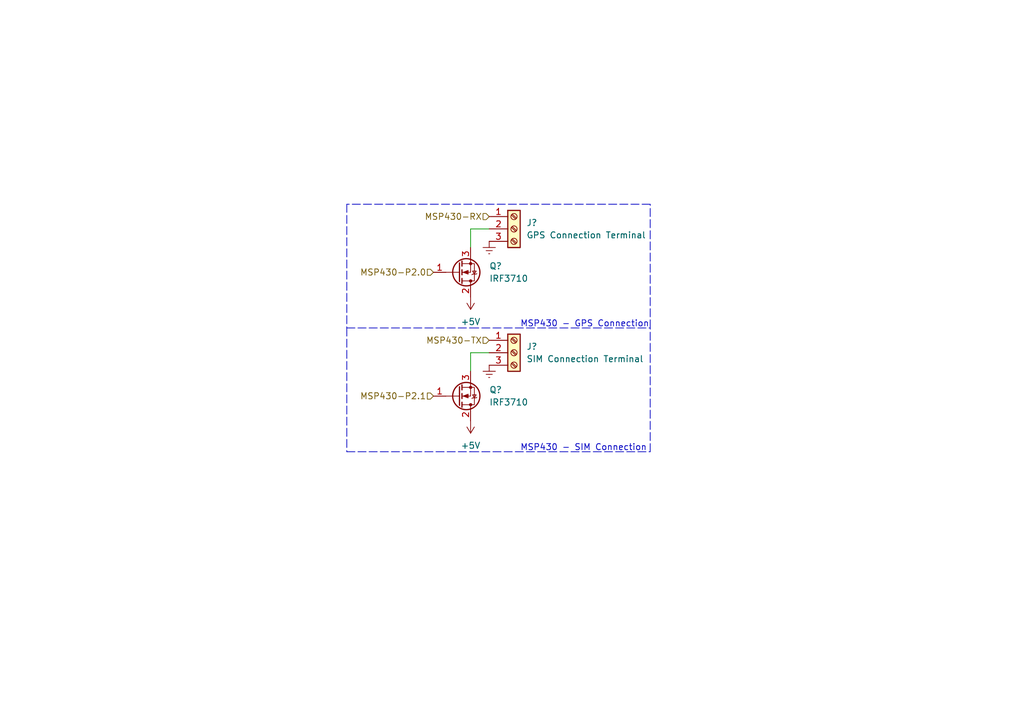
<source format=kicad_sch>
(kicad_sch (version 20211123) (generator eeschema)
  (paper "A5")
  (title_block (title "MSP430 Peripherals") (date "2023-01-13") (rev "v0.1") (company "Kaan \"The Nugget\" Yılmaz"))
  (lib_symbols
    (symbol "Connector:Screw_Terminal_01x03" (pin_names (offset 1.016) hide)
      (property "Reference" "J" (at 0 5.08 0))
      (property "Value" "Screw_Terminal_01x03" (at 0 -5.08 0))
      (symbol "Screw_Terminal_01x03_1_1"
        (rectangle (start -1.27 3.81) (end 1.27 -3.81) (stroke (width 0.254)) (fill (type background)))
        (circle (center 0 -2.54) (radius 0.635) (stroke (width 0.1524)))
        (polyline (pts (xy -0.5334 -2.2098) (xy 0.3302 -3.048)) (stroke (width 0.1524)))
        (polyline (pts (xy -0.5334 0.3302) (xy 0.3302 -0.508)) (stroke (width 0.1524)))
        (polyline (pts (xy -0.5334 2.8702) (xy 0.3302 2.032)) (stroke (width 0.1524)))
        (polyline (pts (xy -0.3556 -2.032) (xy 0.508 -2.8702)) (stroke (width 0.1524)))
        (polyline (pts (xy -0.3556 0.508) (xy 0.508 -0.3302)) (stroke (width 0.1524)))
        (polyline (pts (xy -0.3556 3.048) (xy 0.508 2.2098)) (stroke (width 0.1524)))
        (circle (center 0 0) (radius 0.635) (stroke (width 0.1524)))
        (circle (center 0 2.54) (radius 0.635) (stroke (width 0.1524)))
        (pin passive line (at -5.08 2.54 0) (length 3.81) (name "Pin_1") (number "1"))
        (pin passive line (at -5.08 0 0) (length 3.81) (name "Pin_2") (number "2"))
        (pin passive line (at -5.08 -2.54 0) (length 3.81) (name "Pin_3") (number "3"))
      )
    )
    (symbol "Transistor_FET:IRF3205" (pin_names hide)
      (property "Reference" "Q" (at 6.35 1.905 0))
      (property "Value" "IRF3205" (at 6.35 0 0))
      (symbol "IRF3205_0_1"
        (polyline (pts (xy 0.254 0) (xy -2.54 0)))
        (polyline (pts (xy 0.254 1.905) (xy 0.254 -1.905)) (stroke (width 0.254)))
        (polyline (pts (xy 0.762 -1.27) (xy 0.762 -2.286)) (stroke (width 0.254)))
        (polyline (pts (xy 0.762 0.508) (xy 0.762 -0.508)) (stroke (width 0.254)))
        (polyline (pts (xy 0.762 2.286) (xy 0.762 1.27)) (stroke (width 0.254)))
        (polyline (pts (xy 2.54 2.54) (xy 2.54 1.778)))
        (polyline (pts (xy 2.54 -2.54) (xy 2.54 0) (xy 0.762 0)))
        (polyline (pts (xy 0.762 -1.778) (xy 3.302 -1.778) (xy 3.302 1.778) (xy 0.762 1.778)))
        (polyline (pts (xy 1.016 0) (xy 2.032 0.381) (xy 2.032 -0.381) (xy 1.016 0)) (fill (type outline)))
        (polyline (pts (xy 2.794 0.508) (xy 2.921 0.381) (xy 3.683 0.381) (xy 3.81 0.254)))
        (polyline (pts (xy 3.302 0.381) (xy 2.921 -0.254) (xy 3.683 -0.254) (xy 3.302 0.381)))
        (circle (center 1.651 0) (radius 2.794) (stroke (width 0.254)))
        (circle (center 2.54 -1.778) (radius 0.254) (fill (type outline)))
        (circle (center 2.54 1.778) (radius 0.254) (fill (type outline)))
      )
      (symbol "IRF3205_1_1"
        (pin input line (at -5.08 0 0) (length 2.54) (name "G") (number "1"))
        (pin passive line (at 2.54 5.08 270) (length 2.54) (name "D") (number "2"))
        (pin passive line (at 2.54 -5.08 90) (length 2.54) (name "S") (number "3"))
      )
    )
    (symbol "power:+5V" (power) (pin_names (offset 0))
      (property "Value" "+5V" (at 0 3.556 0))
      (symbol "+5V_0_1"
        (polyline (pts (xy -0.762 1.27) (xy 0 2.54)))
        (polyline (pts (xy 0 0) (xy 0 2.54)))
        (polyline (pts (xy 0 2.54) (xy 0.762 1.27)))
      )
      (symbol "+5V_1_1"
        (pin power_in line (at 0 0 90) (length 0) hide (name "+5V") (number "1"))
      )
    )
    (symbol "power:Earth" (power) (pin_names (offset 0))
      (symbol "Earth_0_1"
        (polyline (pts (xy -0.635 -1.905) (xy 0.635 -1.905)))
        (polyline (pts (xy -0.127 -2.54) (xy 0.127 -2.54)))
        (polyline (pts (xy 0 -1.27) (xy 0 0)))
        (polyline (pts (xy 1.27 -1.27) (xy -1.27 -1.27)))
      )
      (symbol "Earth_1_1"
        (pin power_in line (at 0 0 270) (length 0) hide (name "Earth") (number "1"))
      )
    )
  )
  (polyline (pts (xy 133.35 41.91) (xy 71.12 41.91)))
  (polyline (pts (xy 71.12 67.31) (xy 71.12 92.71)))
  (polyline (pts (xy 71.12 67.31) (xy 96.52 67.31)))
  (wire (pts (xy 96.52 76.2) (xy 96.52 72.39)))
  (polyline (pts (xy 71.12 41.91) (xy 71.12 67.31)))
  (polyline (pts (xy 96.52 92.71) (xy 133.35 92.71)))
  (wire (pts (xy 96.52 50.8) (xy 96.52 46.99)))
  (polyline (pts (xy 71.12 92.71) (xy 96.52 92.71)))
  (wire (pts (xy 96.52 46.99) (xy 100.33 46.99)))
  (polyline (pts (xy 133.35 92.71) (xy 133.35 67.31)))
  (wire (pts (xy 96.52 72.39) (xy 100.33 72.39)))
  (polyline (pts (xy 96.52 67.31) (xy 133.35 67.31)))
  (polyline (pts (xy 133.35 67.31) (xy 133.35 41.91)))
  (text "MSP430 - GPS Connection" (at 106.68 67.31 0) (effects (font (size 1.27 1.27)) (justify left bottom)))
  (text "MSP430 - SIM Connection" (at 106.68 92.71 0) (effects (font (size 1.27 1.27)) (justify left bottom)))
  (hierarchical_label "MSP430-RX" (shape input) (at 100.33 44.45 180))
  (hierarchical_label "MSP430-P2.0" (shape input) (at 88.9 55.88 180))
  (hierarchical_label "MSP430-P2.1" (shape input) (at 88.9 81.28 180))
  (hierarchical_label "MSP430-TX" (shape input) (at 100.33 69.85 180))
  (symbol (lib_id "power:+5V") (at 96.52 60.96 180) (unit 1)
    (property "Reference" "#PWR?" (effects hide))
    (property "Value" "+5V" (at 96.52 66.04 0))
  )
  (symbol (lib_id "power:Earth") (at 100.33 49.53 0) (unit 1)
    (property "Reference" "#PWR?" (effects hide))
    (property "Value" "Earth" (effects hide))
  )
  (symbol (lib_id "Connector:Screw_Terminal_01x03") (at 105.41 46.99 0) (unit 1)
    (property "Reference" "J?" (at 107.95 45.7199 0) (effects (justify left)))
    (property "Value" "GPS Connection Terminal" (at 107.95 48.2599 0) (effects (justify left)))
  )
  (symbol (lib_id "Connector:Screw_Terminal_01x03") (at 105.41 72.39 0) (unit 1)
    (property "Reference" "J?" (at 107.95 71.1199 0) (effects (justify left)))
    (property "Value" "SIM Connection Terminal" (at 107.95 73.6599 0) (effects (justify left)))
  )
  (symbol (lib_id "power:+5V") (at 96.52 86.36 180) (unit 1)
    (property "Reference" "#PWR?" (effects hide))
    (property "Value" "+5V" (at 96.52 91.44 0))
  )
  (symbol (lib_id "Transistor_FET:IRF3205") (at 93.98 81.28 0) (mirror x) (unit 1)
    (property "Reference" "Q?" (at 100.33 80.0099 0) (effects (justify left)))
    (property "Value" "IRF3710" (at 100.33 82.5499 0) (effects (justify left)))
    (property "Footprint" "Package_TO_SOT_THT:TO-220-3_Vertical" (effects hide))
    (property "Datasheet" "http://www.irf.com/product-info/datasheets/data/irf3205.pdf" (effects hide))
  )
  (symbol (lib_id "Transistor_FET:IRF3205") (at 93.98 55.88 0) (mirror x) (unit 1)
    (property "Reference" "Q?" (at 100.33 54.6099 0) (effects (justify left)))
    (property "Value" "IRF3710" (at 100.33 57.1499 0) (effects (justify left)))
    (property "Footprint" "Package_TO_SOT_THT:TO-220-3_Vertical" (effects hide))
    (property "Datasheet" "http://www.irf.com/product-info/datasheets/data/irf3205.pdf" (effects hide))
  )
  (symbol (lib_id "power:Earth") (at 100.33 74.93 0) (unit 1)
    (property "Reference" "#PWR?" (effects hide))
    (property "Value" "Earth" (effects hide))
  )
)
</source>
